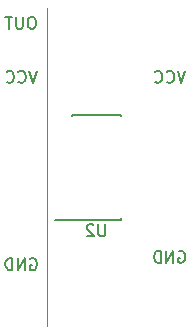
<source format=gbr>
%TF.GenerationSoftware,KiCad,Pcbnew,(5.1.10)-1*%
%TF.CreationDate,2021-09-07T19:43:19+10:00*%
%TF.ProjectId,BasicSwitchBO-logic,42617369-6353-4776-9974-6368424f2d6c,rev?*%
%TF.SameCoordinates,Original*%
%TF.FileFunction,Legend,Bot*%
%TF.FilePolarity,Positive*%
%FSLAX46Y46*%
G04 Gerber Fmt 4.6, Leading zero omitted, Abs format (unit mm)*
G04 Created by KiCad (PCBNEW (5.1.10)-1) date 2021-09-07 19:43:19*
%MOMM*%
%LPD*%
G01*
G04 APERTURE LIST*
%ADD10C,0.120000*%
%ADD11C,0.150000*%
G04 APERTURE END LIST*
D10*
X169164000Y-118872000D02*
X169164000Y-91948000D01*
D11*
X180339904Y-112530000D02*
X180435142Y-112482380D01*
X180578000Y-112482380D01*
X180720857Y-112530000D01*
X180816095Y-112625238D01*
X180863714Y-112720476D01*
X180911333Y-112910952D01*
X180911333Y-113053809D01*
X180863714Y-113244285D01*
X180816095Y-113339523D01*
X180720857Y-113434761D01*
X180578000Y-113482380D01*
X180482761Y-113482380D01*
X180339904Y-113434761D01*
X180292285Y-113387142D01*
X180292285Y-113053809D01*
X180482761Y-113053809D01*
X179863714Y-113482380D02*
X179863714Y-112482380D01*
X179292285Y-113482380D01*
X179292285Y-112482380D01*
X178816095Y-113482380D02*
X178816095Y-112482380D01*
X178578000Y-112482380D01*
X178435142Y-112530000D01*
X178339904Y-112625238D01*
X178292285Y-112720476D01*
X178244666Y-112910952D01*
X178244666Y-113053809D01*
X178292285Y-113244285D01*
X178339904Y-113339523D01*
X178435142Y-113434761D01*
X178578000Y-113482380D01*
X178816095Y-113482380D01*
X180911333Y-97242380D02*
X180578000Y-98242380D01*
X180244666Y-97242380D01*
X179339904Y-98147142D02*
X179387523Y-98194761D01*
X179530380Y-98242380D01*
X179625619Y-98242380D01*
X179768476Y-98194761D01*
X179863714Y-98099523D01*
X179911333Y-98004285D01*
X179958952Y-97813809D01*
X179958952Y-97670952D01*
X179911333Y-97480476D01*
X179863714Y-97385238D01*
X179768476Y-97290000D01*
X179625619Y-97242380D01*
X179530380Y-97242380D01*
X179387523Y-97290000D01*
X179339904Y-97337619D01*
X178339904Y-98147142D02*
X178387523Y-98194761D01*
X178530380Y-98242380D01*
X178625619Y-98242380D01*
X178768476Y-98194761D01*
X178863714Y-98099523D01*
X178911333Y-98004285D01*
X178958952Y-97813809D01*
X178958952Y-97670952D01*
X178911333Y-97480476D01*
X178863714Y-97385238D01*
X178768476Y-97290000D01*
X178625619Y-97242380D01*
X178530380Y-97242380D01*
X178387523Y-97290000D01*
X178339904Y-97337619D01*
X168005000Y-92670380D02*
X167814523Y-92670380D01*
X167719285Y-92718000D01*
X167624047Y-92813238D01*
X167576428Y-93003714D01*
X167576428Y-93337047D01*
X167624047Y-93527523D01*
X167719285Y-93622761D01*
X167814523Y-93670380D01*
X168005000Y-93670380D01*
X168100238Y-93622761D01*
X168195476Y-93527523D01*
X168243095Y-93337047D01*
X168243095Y-93003714D01*
X168195476Y-92813238D01*
X168100238Y-92718000D01*
X168005000Y-92670380D01*
X167147857Y-92670380D02*
X167147857Y-93479904D01*
X167100238Y-93575142D01*
X167052619Y-93622761D01*
X166957380Y-93670380D01*
X166766904Y-93670380D01*
X166671666Y-93622761D01*
X166624047Y-93575142D01*
X166576428Y-93479904D01*
X166576428Y-92670380D01*
X166243095Y-92670380D02*
X165671666Y-92670380D01*
X165957380Y-93670380D02*
X165957380Y-92670380D01*
X167766904Y-113165000D02*
X167862142Y-113117380D01*
X168005000Y-113117380D01*
X168147857Y-113165000D01*
X168243095Y-113260238D01*
X168290714Y-113355476D01*
X168338333Y-113545952D01*
X168338333Y-113688809D01*
X168290714Y-113879285D01*
X168243095Y-113974523D01*
X168147857Y-114069761D01*
X168005000Y-114117380D01*
X167909761Y-114117380D01*
X167766904Y-114069761D01*
X167719285Y-114022142D01*
X167719285Y-113688809D01*
X167909761Y-113688809D01*
X167290714Y-114117380D02*
X167290714Y-113117380D01*
X166719285Y-114117380D01*
X166719285Y-113117380D01*
X166243095Y-114117380D02*
X166243095Y-113117380D01*
X166005000Y-113117380D01*
X165862142Y-113165000D01*
X165766904Y-113260238D01*
X165719285Y-113355476D01*
X165671666Y-113545952D01*
X165671666Y-113688809D01*
X165719285Y-113879285D01*
X165766904Y-113974523D01*
X165862142Y-114069761D01*
X166005000Y-114117380D01*
X166243095Y-114117380D01*
X168338333Y-97242380D02*
X168005000Y-98242380D01*
X167671666Y-97242380D01*
X166766904Y-98147142D02*
X166814523Y-98194761D01*
X166957380Y-98242380D01*
X167052619Y-98242380D01*
X167195476Y-98194761D01*
X167290714Y-98099523D01*
X167338333Y-98004285D01*
X167385952Y-97813809D01*
X167385952Y-97670952D01*
X167338333Y-97480476D01*
X167290714Y-97385238D01*
X167195476Y-97290000D01*
X167052619Y-97242380D01*
X166957380Y-97242380D01*
X166814523Y-97290000D01*
X166766904Y-97337619D01*
X165766904Y-98147142D02*
X165814523Y-98194761D01*
X165957380Y-98242380D01*
X166052619Y-98242380D01*
X166195476Y-98194761D01*
X166290714Y-98099523D01*
X166338333Y-98004285D01*
X166385952Y-97813809D01*
X166385952Y-97670952D01*
X166338333Y-97480476D01*
X166290714Y-97385238D01*
X166195476Y-97290000D01*
X166052619Y-97242380D01*
X165957380Y-97242380D01*
X165814523Y-97290000D01*
X165766904Y-97337619D01*
%TO.C,U2*%
X171280000Y-109835000D02*
X169905000Y-109835000D01*
X171280000Y-100960000D02*
X175430000Y-100960000D01*
X171280000Y-109860000D02*
X175430000Y-109860000D01*
X171280000Y-100960000D02*
X171280000Y-101075000D01*
X175430000Y-100960000D02*
X175430000Y-101075000D01*
X175430000Y-109860000D02*
X175430000Y-109745000D01*
X171280000Y-109860000D02*
X171280000Y-109835000D01*
X174116904Y-110237380D02*
X174116904Y-111046904D01*
X174069285Y-111142142D01*
X174021666Y-111189761D01*
X173926428Y-111237380D01*
X173735952Y-111237380D01*
X173640714Y-111189761D01*
X173593095Y-111142142D01*
X173545476Y-111046904D01*
X173545476Y-110237380D01*
X173116904Y-110332619D02*
X173069285Y-110285000D01*
X172974047Y-110237380D01*
X172735952Y-110237380D01*
X172640714Y-110285000D01*
X172593095Y-110332619D01*
X172545476Y-110427857D01*
X172545476Y-110523095D01*
X172593095Y-110665952D01*
X173164523Y-111237380D01*
X172545476Y-111237380D01*
%TD*%
M02*

</source>
